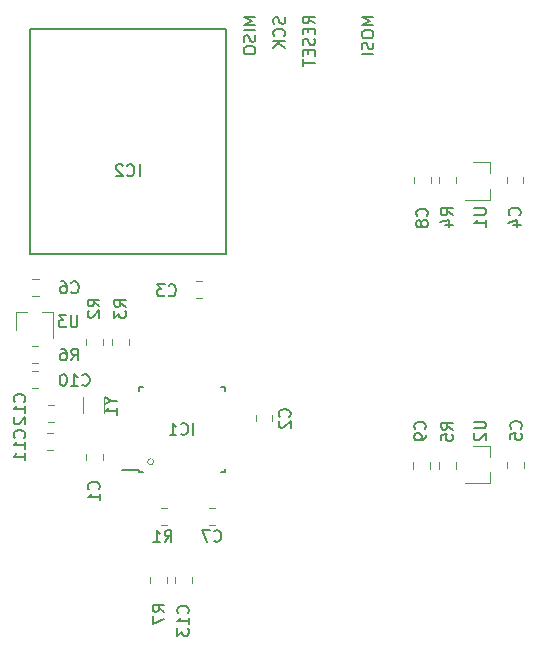
<source format=gbo>
G04 #@! TF.GenerationSoftware,KiCad,Pcbnew,(5.1.5)-3*
G04 #@! TF.CreationDate,2020-04-22T10:09:54+02:00*
G04 #@! TF.ProjectId,RHS_3,5248535f-332e-46b6-9963-61645f706362,rev?*
G04 #@! TF.SameCoordinates,Original*
G04 #@! TF.FileFunction,Legend,Bot*
G04 #@! TF.FilePolarity,Positive*
%FSLAX46Y46*%
G04 Gerber Fmt 4.6, Leading zero omitted, Abs format (unit mm)*
G04 Created by KiCad (PCBNEW (5.1.5)-3) date 2020-04-22 10:09:54*
%MOMM*%
%LPD*%
G04 APERTURE LIST*
%ADD10C,0.120000*%
%ADD11C,0.150000*%
G04 APERTURE END LIST*
D10*
X72263000Y-111760000D02*
G75*
G03X72263000Y-111760000I-254000J0D01*
G01*
D11*
X90872380Y-74138571D02*
X89872380Y-74138571D01*
X90586666Y-74471904D01*
X89872380Y-74805238D01*
X90872380Y-74805238D01*
X89872380Y-75471904D02*
X89872380Y-75662380D01*
X89920000Y-75757619D01*
X90015238Y-75852857D01*
X90205714Y-75900476D01*
X90539047Y-75900476D01*
X90729523Y-75852857D01*
X90824761Y-75757619D01*
X90872380Y-75662380D01*
X90872380Y-75471904D01*
X90824761Y-75376666D01*
X90729523Y-75281428D01*
X90539047Y-75233809D01*
X90205714Y-75233809D01*
X90015238Y-75281428D01*
X89920000Y-75376666D01*
X89872380Y-75471904D01*
X90824761Y-76281428D02*
X90872380Y-76424285D01*
X90872380Y-76662380D01*
X90824761Y-76757619D01*
X90777142Y-76805238D01*
X90681904Y-76852857D01*
X90586666Y-76852857D01*
X90491428Y-76805238D01*
X90443809Y-76757619D01*
X90396190Y-76662380D01*
X90348571Y-76471904D01*
X90300952Y-76376666D01*
X90253333Y-76329047D01*
X90158095Y-76281428D01*
X90062857Y-76281428D01*
X89967619Y-76329047D01*
X89920000Y-76376666D01*
X89872380Y-76471904D01*
X89872380Y-76710000D01*
X89920000Y-76852857D01*
X90872380Y-77281428D02*
X89872380Y-77281428D01*
X85892380Y-74657619D02*
X85416190Y-74324285D01*
X85892380Y-74086190D02*
X84892380Y-74086190D01*
X84892380Y-74467142D01*
X84940000Y-74562380D01*
X84987619Y-74610000D01*
X85082857Y-74657619D01*
X85225714Y-74657619D01*
X85320952Y-74610000D01*
X85368571Y-74562380D01*
X85416190Y-74467142D01*
X85416190Y-74086190D01*
X85368571Y-75086190D02*
X85368571Y-75419523D01*
X85892380Y-75562380D02*
X85892380Y-75086190D01*
X84892380Y-75086190D01*
X84892380Y-75562380D01*
X85844761Y-75943333D02*
X85892380Y-76086190D01*
X85892380Y-76324285D01*
X85844761Y-76419523D01*
X85797142Y-76467142D01*
X85701904Y-76514761D01*
X85606666Y-76514761D01*
X85511428Y-76467142D01*
X85463809Y-76419523D01*
X85416190Y-76324285D01*
X85368571Y-76133809D01*
X85320952Y-76038571D01*
X85273333Y-75990952D01*
X85178095Y-75943333D01*
X85082857Y-75943333D01*
X84987619Y-75990952D01*
X84940000Y-76038571D01*
X84892380Y-76133809D01*
X84892380Y-76371904D01*
X84940000Y-76514761D01*
X85368571Y-76943333D02*
X85368571Y-77276666D01*
X85892380Y-77419523D02*
X85892380Y-76943333D01*
X84892380Y-76943333D01*
X84892380Y-77419523D01*
X84892380Y-77705238D02*
X84892380Y-78276666D01*
X85892380Y-77990952D02*
X84892380Y-77990952D01*
X83344761Y-74134285D02*
X83392380Y-74277142D01*
X83392380Y-74515238D01*
X83344761Y-74610476D01*
X83297142Y-74658095D01*
X83201904Y-74705714D01*
X83106666Y-74705714D01*
X83011428Y-74658095D01*
X82963809Y-74610476D01*
X82916190Y-74515238D01*
X82868571Y-74324761D01*
X82820952Y-74229523D01*
X82773333Y-74181904D01*
X82678095Y-74134285D01*
X82582857Y-74134285D01*
X82487619Y-74181904D01*
X82440000Y-74229523D01*
X82392380Y-74324761D01*
X82392380Y-74562857D01*
X82440000Y-74705714D01*
X83297142Y-75705714D02*
X83344761Y-75658095D01*
X83392380Y-75515238D01*
X83392380Y-75420000D01*
X83344761Y-75277142D01*
X83249523Y-75181904D01*
X83154285Y-75134285D01*
X82963809Y-75086666D01*
X82820952Y-75086666D01*
X82630476Y-75134285D01*
X82535238Y-75181904D01*
X82440000Y-75277142D01*
X82392380Y-75420000D01*
X82392380Y-75515238D01*
X82440000Y-75658095D01*
X82487619Y-75705714D01*
X83392380Y-76134285D02*
X82392380Y-76134285D01*
X83392380Y-76705714D02*
X82820952Y-76277142D01*
X82392380Y-76705714D02*
X82963809Y-76134285D01*
X80882380Y-74078571D02*
X79882380Y-74078571D01*
X80596666Y-74411904D01*
X79882380Y-74745238D01*
X80882380Y-74745238D01*
X80882380Y-75221428D02*
X79882380Y-75221428D01*
X80834761Y-75650000D02*
X80882380Y-75792857D01*
X80882380Y-76030952D01*
X80834761Y-76126190D01*
X80787142Y-76173809D01*
X80691904Y-76221428D01*
X80596666Y-76221428D01*
X80501428Y-76173809D01*
X80453809Y-76126190D01*
X80406190Y-76030952D01*
X80358571Y-75840476D01*
X80310952Y-75745238D01*
X80263333Y-75697619D01*
X80168095Y-75650000D01*
X80072857Y-75650000D01*
X79977619Y-75697619D01*
X79930000Y-75745238D01*
X79882380Y-75840476D01*
X79882380Y-76078571D01*
X79930000Y-76221428D01*
X79882380Y-76840476D02*
X79882380Y-77030952D01*
X79930000Y-77126190D01*
X80025238Y-77221428D01*
X80215714Y-77269047D01*
X80549047Y-77269047D01*
X80739523Y-77221428D01*
X80834761Y-77126190D01*
X80882380Y-77030952D01*
X80882380Y-76840476D01*
X80834761Y-76745238D01*
X80739523Y-76650000D01*
X80549047Y-76602380D01*
X80215714Y-76602380D01*
X80025238Y-76650000D01*
X79930000Y-76745238D01*
X79882380Y-76840476D01*
D10*
X72848748Y-115700000D02*
X73371252Y-115700000D01*
X72848748Y-117120000D02*
X73371252Y-117120000D01*
X63781252Y-110770000D02*
X63258748Y-110770000D01*
X63781252Y-109350000D02*
X63258748Y-109350000D01*
X62501252Y-103420000D02*
X61978748Y-103420000D01*
X62501252Y-102000000D02*
X61978748Y-102000000D01*
X61958748Y-105510000D02*
X62481252Y-105510000D01*
X61958748Y-104090000D02*
X62481252Y-104090000D01*
D11*
X71015000Y-112675000D02*
X71015000Y-112450000D01*
X78265000Y-112675000D02*
X78265000Y-112350000D01*
X78265000Y-105425000D02*
X78265000Y-105750000D01*
X71015000Y-105425000D02*
X71015000Y-105750000D01*
X71015000Y-112675000D02*
X71340000Y-112675000D01*
X71015000Y-105425000D02*
X71340000Y-105425000D01*
X78265000Y-105425000D02*
X77940000Y-105425000D01*
X78265000Y-112675000D02*
X77940000Y-112675000D01*
X71015000Y-112450000D02*
X69590000Y-112450000D01*
X78390000Y-75140000D02*
X78390000Y-94140000D01*
X61790000Y-75140000D02*
X78390000Y-75140000D01*
X61790000Y-94140000D02*
X61790000Y-75140000D01*
X78390000Y-94140000D02*
X61790000Y-94140000D01*
D10*
X67940000Y-111118748D02*
X67940000Y-111641252D01*
X66520000Y-111118748D02*
X66520000Y-111641252D01*
X80890000Y-107828748D02*
X80890000Y-108351252D01*
X82310000Y-107828748D02*
X82310000Y-108351252D01*
X76391252Y-97910000D02*
X75868748Y-97910000D01*
X76391252Y-96490000D02*
X75868748Y-96490000D01*
X66540000Y-101378748D02*
X66540000Y-101901252D01*
X67960000Y-101378748D02*
X67960000Y-101901252D01*
X70150000Y-101388748D02*
X70150000Y-101911252D01*
X68730000Y-101388748D02*
X68730000Y-101911252D01*
X96440000Y-88191252D02*
X96440000Y-87668748D01*
X97860000Y-88191252D02*
X97860000Y-87668748D01*
X97830000Y-112351252D02*
X97830000Y-111828748D01*
X96410000Y-112351252D02*
X96410000Y-111828748D01*
X100760000Y-86420000D02*
X100760000Y-87350000D01*
X100760000Y-89580000D02*
X100760000Y-88650000D01*
X100760000Y-89580000D02*
X98600000Y-89580000D01*
X100760000Y-86420000D02*
X99300000Y-86420000D01*
X100760000Y-110420000D02*
X100760000Y-111350000D01*
X100760000Y-113580000D02*
X100760000Y-112650000D01*
X100760000Y-113580000D02*
X98600000Y-113580000D01*
X100760000Y-110420000D02*
X99300000Y-110420000D01*
X60570000Y-99115000D02*
X60570000Y-100575000D01*
X63730000Y-99115000D02*
X63730000Y-101275000D01*
X63730000Y-99115000D02*
X62800000Y-99115000D01*
X60570000Y-99115000D02*
X61500000Y-99115000D01*
X102150000Y-88161252D02*
X102150000Y-87638748D01*
X103570000Y-88161252D02*
X103570000Y-87638748D01*
X103600000Y-112321252D02*
X103600000Y-111798748D01*
X102180000Y-112321252D02*
X102180000Y-111798748D01*
X62521252Y-96320000D02*
X61998748Y-96320000D01*
X62521252Y-97740000D02*
X61998748Y-97740000D01*
X77431252Y-115700000D02*
X76908748Y-115700000D01*
X77431252Y-117120000D02*
X76908748Y-117120000D01*
X94330000Y-87668748D02*
X94330000Y-88191252D01*
X95750000Y-87668748D02*
X95750000Y-88191252D01*
X95650000Y-111828748D02*
X95650000Y-112351252D01*
X94230000Y-111828748D02*
X94230000Y-112351252D01*
X63831252Y-106970000D02*
X63308748Y-106970000D01*
X63831252Y-108390000D02*
X63308748Y-108390000D01*
X68055000Y-106295000D02*
X68055000Y-107645000D01*
X66305000Y-106295000D02*
X66305000Y-107645000D01*
X74093000Y-121531748D02*
X74093000Y-122054252D01*
X75513000Y-121531748D02*
X75513000Y-122054252D01*
X71934000Y-121531748D02*
X71934000Y-122054252D01*
X73354000Y-121531748D02*
X73354000Y-122054252D01*
D11*
X73191666Y-118562380D02*
X73525000Y-118086190D01*
X73763095Y-118562380D02*
X73763095Y-117562380D01*
X73382142Y-117562380D01*
X73286904Y-117610000D01*
X73239285Y-117657619D01*
X73191666Y-117752857D01*
X73191666Y-117895714D01*
X73239285Y-117990952D01*
X73286904Y-118038571D01*
X73382142Y-118086190D01*
X73763095Y-118086190D01*
X72239285Y-118562380D02*
X72810714Y-118562380D01*
X72525000Y-118562380D02*
X72525000Y-117562380D01*
X72620238Y-117705238D01*
X72715476Y-117800476D01*
X72810714Y-117848095D01*
X61317142Y-109720142D02*
X61364761Y-109672523D01*
X61412380Y-109529666D01*
X61412380Y-109434428D01*
X61364761Y-109291571D01*
X61269523Y-109196333D01*
X61174285Y-109148714D01*
X60983809Y-109101095D01*
X60840952Y-109101095D01*
X60650476Y-109148714D01*
X60555238Y-109196333D01*
X60460000Y-109291571D01*
X60412380Y-109434428D01*
X60412380Y-109529666D01*
X60460000Y-109672523D01*
X60507619Y-109720142D01*
X61412380Y-110672523D02*
X61412380Y-110101095D01*
X61412380Y-110386809D02*
X60412380Y-110386809D01*
X60555238Y-110291571D01*
X60650476Y-110196333D01*
X60698095Y-110101095D01*
X61412380Y-111624904D02*
X61412380Y-111053476D01*
X61412380Y-111339190D02*
X60412380Y-111339190D01*
X60555238Y-111243952D01*
X60650476Y-111148714D01*
X60698095Y-111053476D01*
X65276666Y-103182380D02*
X65610000Y-102706190D01*
X65848095Y-103182380D02*
X65848095Y-102182380D01*
X65467142Y-102182380D01*
X65371904Y-102230000D01*
X65324285Y-102277619D01*
X65276666Y-102372857D01*
X65276666Y-102515714D01*
X65324285Y-102610952D01*
X65371904Y-102658571D01*
X65467142Y-102706190D01*
X65848095Y-102706190D01*
X64419523Y-102182380D02*
X64610000Y-102182380D01*
X64705238Y-102230000D01*
X64752857Y-102277619D01*
X64848095Y-102420476D01*
X64895714Y-102610952D01*
X64895714Y-102991904D01*
X64848095Y-103087142D01*
X64800476Y-103134761D01*
X64705238Y-103182380D01*
X64514761Y-103182380D01*
X64419523Y-103134761D01*
X64371904Y-103087142D01*
X64324285Y-102991904D01*
X64324285Y-102753809D01*
X64371904Y-102658571D01*
X64419523Y-102610952D01*
X64514761Y-102563333D01*
X64705238Y-102563333D01*
X64800476Y-102610952D01*
X64848095Y-102658571D01*
X64895714Y-102753809D01*
X66222857Y-105237142D02*
X66270476Y-105284761D01*
X66413333Y-105332380D01*
X66508571Y-105332380D01*
X66651428Y-105284761D01*
X66746666Y-105189523D01*
X66794285Y-105094285D01*
X66841904Y-104903809D01*
X66841904Y-104760952D01*
X66794285Y-104570476D01*
X66746666Y-104475238D01*
X66651428Y-104380000D01*
X66508571Y-104332380D01*
X66413333Y-104332380D01*
X66270476Y-104380000D01*
X66222857Y-104427619D01*
X65270476Y-105332380D02*
X65841904Y-105332380D01*
X65556190Y-105332380D02*
X65556190Y-104332380D01*
X65651428Y-104475238D01*
X65746666Y-104570476D01*
X65841904Y-104618095D01*
X64651428Y-104332380D02*
X64556190Y-104332380D01*
X64460952Y-104380000D01*
X64413333Y-104427619D01*
X64365714Y-104522857D01*
X64318095Y-104713333D01*
X64318095Y-104951428D01*
X64365714Y-105141904D01*
X64413333Y-105237142D01*
X64460952Y-105284761D01*
X64556190Y-105332380D01*
X64651428Y-105332380D01*
X64746666Y-105284761D01*
X64794285Y-105237142D01*
X64841904Y-105141904D01*
X64889523Y-104951428D01*
X64889523Y-104713333D01*
X64841904Y-104522857D01*
X64794285Y-104427619D01*
X64746666Y-104380000D01*
X64651428Y-104332380D01*
X75616190Y-109502380D02*
X75616190Y-108502380D01*
X74568571Y-109407142D02*
X74616190Y-109454761D01*
X74759047Y-109502380D01*
X74854285Y-109502380D01*
X74997142Y-109454761D01*
X75092380Y-109359523D01*
X75140000Y-109264285D01*
X75187619Y-109073809D01*
X75187619Y-108930952D01*
X75140000Y-108740476D01*
X75092380Y-108645238D01*
X74997142Y-108550000D01*
X74854285Y-108502380D01*
X74759047Y-108502380D01*
X74616190Y-108550000D01*
X74568571Y-108597619D01*
X73616190Y-109502380D02*
X74187619Y-109502380D01*
X73901904Y-109502380D02*
X73901904Y-108502380D01*
X73997142Y-108645238D01*
X74092380Y-108740476D01*
X74187619Y-108788095D01*
X71066190Y-87592380D02*
X71066190Y-86592380D01*
X70018571Y-87497142D02*
X70066190Y-87544761D01*
X70209047Y-87592380D01*
X70304285Y-87592380D01*
X70447142Y-87544761D01*
X70542380Y-87449523D01*
X70590000Y-87354285D01*
X70637619Y-87163809D01*
X70637619Y-87020952D01*
X70590000Y-86830476D01*
X70542380Y-86735238D01*
X70447142Y-86640000D01*
X70304285Y-86592380D01*
X70209047Y-86592380D01*
X70066190Y-86640000D01*
X70018571Y-86687619D01*
X69637619Y-86687619D02*
X69590000Y-86640000D01*
X69494761Y-86592380D01*
X69256666Y-86592380D01*
X69161428Y-86640000D01*
X69113809Y-86687619D01*
X69066190Y-86782857D01*
X69066190Y-86878095D01*
X69113809Y-87020952D01*
X69685238Y-87592380D01*
X69066190Y-87592380D01*
X67597142Y-114093333D02*
X67644761Y-114045714D01*
X67692380Y-113902857D01*
X67692380Y-113807619D01*
X67644761Y-113664761D01*
X67549523Y-113569523D01*
X67454285Y-113521904D01*
X67263809Y-113474285D01*
X67120952Y-113474285D01*
X66930476Y-113521904D01*
X66835238Y-113569523D01*
X66740000Y-113664761D01*
X66692380Y-113807619D01*
X66692380Y-113902857D01*
X66740000Y-114045714D01*
X66787619Y-114093333D01*
X67692380Y-115045714D02*
X67692380Y-114474285D01*
X67692380Y-114760000D02*
X66692380Y-114760000D01*
X66835238Y-114664761D01*
X66930476Y-114569523D01*
X66978095Y-114474285D01*
X83757142Y-107948333D02*
X83804761Y-107900714D01*
X83852380Y-107757857D01*
X83852380Y-107662619D01*
X83804761Y-107519761D01*
X83709523Y-107424523D01*
X83614285Y-107376904D01*
X83423809Y-107329285D01*
X83280952Y-107329285D01*
X83090476Y-107376904D01*
X82995238Y-107424523D01*
X82900000Y-107519761D01*
X82852380Y-107662619D01*
X82852380Y-107757857D01*
X82900000Y-107900714D01*
X82947619Y-107948333D01*
X82947619Y-108329285D02*
X82900000Y-108376904D01*
X82852380Y-108472142D01*
X82852380Y-108710238D01*
X82900000Y-108805476D01*
X82947619Y-108853095D01*
X83042857Y-108900714D01*
X83138095Y-108900714D01*
X83280952Y-108853095D01*
X83852380Y-108281666D01*
X83852380Y-108900714D01*
X73521666Y-97657142D02*
X73569285Y-97704761D01*
X73712142Y-97752380D01*
X73807380Y-97752380D01*
X73950238Y-97704761D01*
X74045476Y-97609523D01*
X74093095Y-97514285D01*
X74140714Y-97323809D01*
X74140714Y-97180952D01*
X74093095Y-96990476D01*
X74045476Y-96895238D01*
X73950238Y-96800000D01*
X73807380Y-96752380D01*
X73712142Y-96752380D01*
X73569285Y-96800000D01*
X73521666Y-96847619D01*
X73188333Y-96752380D02*
X72569285Y-96752380D01*
X72902619Y-97133333D01*
X72759761Y-97133333D01*
X72664523Y-97180952D01*
X72616904Y-97228571D01*
X72569285Y-97323809D01*
X72569285Y-97561904D01*
X72616904Y-97657142D01*
X72664523Y-97704761D01*
X72759761Y-97752380D01*
X73045476Y-97752380D01*
X73140714Y-97704761D01*
X73188333Y-97657142D01*
X67662380Y-98613333D02*
X67186190Y-98280000D01*
X67662380Y-98041904D02*
X66662380Y-98041904D01*
X66662380Y-98422857D01*
X66710000Y-98518095D01*
X66757619Y-98565714D01*
X66852857Y-98613333D01*
X66995714Y-98613333D01*
X67090952Y-98565714D01*
X67138571Y-98518095D01*
X67186190Y-98422857D01*
X67186190Y-98041904D01*
X66757619Y-98994285D02*
X66710000Y-99041904D01*
X66662380Y-99137142D01*
X66662380Y-99375238D01*
X66710000Y-99470476D01*
X66757619Y-99518095D01*
X66852857Y-99565714D01*
X66948095Y-99565714D01*
X67090952Y-99518095D01*
X67662380Y-98946666D01*
X67662380Y-99565714D01*
X69921380Y-98639333D02*
X69445190Y-98306000D01*
X69921380Y-98067904D02*
X68921380Y-98067904D01*
X68921380Y-98448857D01*
X68969000Y-98544095D01*
X69016619Y-98591714D01*
X69111857Y-98639333D01*
X69254714Y-98639333D01*
X69349952Y-98591714D01*
X69397571Y-98544095D01*
X69445190Y-98448857D01*
X69445190Y-98067904D01*
X68921380Y-98972666D02*
X68921380Y-99591714D01*
X69302333Y-99258380D01*
X69302333Y-99401238D01*
X69349952Y-99496476D01*
X69397571Y-99544095D01*
X69492809Y-99591714D01*
X69730904Y-99591714D01*
X69826142Y-99544095D01*
X69873761Y-99496476D01*
X69921380Y-99401238D01*
X69921380Y-99115523D01*
X69873761Y-99020285D01*
X69826142Y-98972666D01*
X97582380Y-90883333D02*
X97106190Y-90550000D01*
X97582380Y-90311904D02*
X96582380Y-90311904D01*
X96582380Y-90692857D01*
X96630000Y-90788095D01*
X96677619Y-90835714D01*
X96772857Y-90883333D01*
X96915714Y-90883333D01*
X97010952Y-90835714D01*
X97058571Y-90788095D01*
X97106190Y-90692857D01*
X97106190Y-90311904D01*
X96915714Y-91740476D02*
X97582380Y-91740476D01*
X96534761Y-91502380D02*
X97249047Y-91264285D01*
X97249047Y-91883333D01*
X97592380Y-109043333D02*
X97116190Y-108710000D01*
X97592380Y-108471904D02*
X96592380Y-108471904D01*
X96592380Y-108852857D01*
X96640000Y-108948095D01*
X96687619Y-108995714D01*
X96782857Y-109043333D01*
X96925714Y-109043333D01*
X97020952Y-108995714D01*
X97068571Y-108948095D01*
X97116190Y-108852857D01*
X97116190Y-108471904D01*
X96592380Y-109948095D02*
X96592380Y-109471904D01*
X97068571Y-109424285D01*
X97020952Y-109471904D01*
X96973333Y-109567142D01*
X96973333Y-109805238D01*
X97020952Y-109900476D01*
X97068571Y-109948095D01*
X97163809Y-109995714D01*
X97401904Y-109995714D01*
X97497142Y-109948095D01*
X97544761Y-109900476D01*
X97592380Y-109805238D01*
X97592380Y-109567142D01*
X97544761Y-109471904D01*
X97497142Y-109424285D01*
X99402380Y-90288095D02*
X100211904Y-90288095D01*
X100307142Y-90335714D01*
X100354761Y-90383333D01*
X100402380Y-90478571D01*
X100402380Y-90669047D01*
X100354761Y-90764285D01*
X100307142Y-90811904D01*
X100211904Y-90859523D01*
X99402380Y-90859523D01*
X100402380Y-91859523D02*
X100402380Y-91288095D01*
X100402380Y-91573809D02*
X99402380Y-91573809D01*
X99545238Y-91478571D01*
X99640476Y-91383333D01*
X99688095Y-91288095D01*
X99372380Y-108368095D02*
X100181904Y-108368095D01*
X100277142Y-108415714D01*
X100324761Y-108463333D01*
X100372380Y-108558571D01*
X100372380Y-108749047D01*
X100324761Y-108844285D01*
X100277142Y-108891904D01*
X100181904Y-108939523D01*
X99372380Y-108939523D01*
X99467619Y-109368095D02*
X99420000Y-109415714D01*
X99372380Y-109510952D01*
X99372380Y-109749047D01*
X99420000Y-109844285D01*
X99467619Y-109891904D01*
X99562857Y-109939523D01*
X99658095Y-109939523D01*
X99800952Y-109891904D01*
X100372380Y-109320476D01*
X100372380Y-109939523D01*
X65811904Y-99362380D02*
X65811904Y-100171904D01*
X65764285Y-100267142D01*
X65716666Y-100314761D01*
X65621428Y-100362380D01*
X65430952Y-100362380D01*
X65335714Y-100314761D01*
X65288095Y-100267142D01*
X65240476Y-100171904D01*
X65240476Y-99362380D01*
X64859523Y-99362380D02*
X64240476Y-99362380D01*
X64573809Y-99743333D01*
X64430952Y-99743333D01*
X64335714Y-99790952D01*
X64288095Y-99838571D01*
X64240476Y-99933809D01*
X64240476Y-100171904D01*
X64288095Y-100267142D01*
X64335714Y-100314761D01*
X64430952Y-100362380D01*
X64716666Y-100362380D01*
X64811904Y-100314761D01*
X64859523Y-100267142D01*
X103237142Y-90893333D02*
X103284761Y-90845714D01*
X103332380Y-90702857D01*
X103332380Y-90607619D01*
X103284761Y-90464761D01*
X103189523Y-90369523D01*
X103094285Y-90321904D01*
X102903809Y-90274285D01*
X102760952Y-90274285D01*
X102570476Y-90321904D01*
X102475238Y-90369523D01*
X102380000Y-90464761D01*
X102332380Y-90607619D01*
X102332380Y-90702857D01*
X102380000Y-90845714D01*
X102427619Y-90893333D01*
X102665714Y-91750476D02*
X103332380Y-91750476D01*
X102284761Y-91512380D02*
X102999047Y-91274285D01*
X102999047Y-91893333D01*
X103357142Y-108953333D02*
X103404761Y-108905714D01*
X103452380Y-108762857D01*
X103452380Y-108667619D01*
X103404761Y-108524761D01*
X103309523Y-108429523D01*
X103214285Y-108381904D01*
X103023809Y-108334285D01*
X102880952Y-108334285D01*
X102690476Y-108381904D01*
X102595238Y-108429523D01*
X102500000Y-108524761D01*
X102452380Y-108667619D01*
X102452380Y-108762857D01*
X102500000Y-108905714D01*
X102547619Y-108953333D01*
X102452380Y-109858095D02*
X102452380Y-109381904D01*
X102928571Y-109334285D01*
X102880952Y-109381904D01*
X102833333Y-109477142D01*
X102833333Y-109715238D01*
X102880952Y-109810476D01*
X102928571Y-109858095D01*
X103023809Y-109905714D01*
X103261904Y-109905714D01*
X103357142Y-109858095D01*
X103404761Y-109810476D01*
X103452380Y-109715238D01*
X103452380Y-109477142D01*
X103404761Y-109381904D01*
X103357142Y-109334285D01*
X65296666Y-97407142D02*
X65344285Y-97454761D01*
X65487142Y-97502380D01*
X65582380Y-97502380D01*
X65725238Y-97454761D01*
X65820476Y-97359523D01*
X65868095Y-97264285D01*
X65915714Y-97073809D01*
X65915714Y-96930952D01*
X65868095Y-96740476D01*
X65820476Y-96645238D01*
X65725238Y-96550000D01*
X65582380Y-96502380D01*
X65487142Y-96502380D01*
X65344285Y-96550000D01*
X65296666Y-96597619D01*
X64439523Y-96502380D02*
X64630000Y-96502380D01*
X64725238Y-96550000D01*
X64772857Y-96597619D01*
X64868095Y-96740476D01*
X64915714Y-96930952D01*
X64915714Y-97311904D01*
X64868095Y-97407142D01*
X64820476Y-97454761D01*
X64725238Y-97502380D01*
X64534761Y-97502380D01*
X64439523Y-97454761D01*
X64391904Y-97407142D01*
X64344285Y-97311904D01*
X64344285Y-97073809D01*
X64391904Y-96978571D01*
X64439523Y-96930952D01*
X64534761Y-96883333D01*
X64725238Y-96883333D01*
X64820476Y-96930952D01*
X64868095Y-96978571D01*
X64915714Y-97073809D01*
X77382666Y-118467142D02*
X77430285Y-118514761D01*
X77573142Y-118562380D01*
X77668380Y-118562380D01*
X77811238Y-118514761D01*
X77906476Y-118419523D01*
X77954095Y-118324285D01*
X78001714Y-118133809D01*
X78001714Y-117990952D01*
X77954095Y-117800476D01*
X77906476Y-117705238D01*
X77811238Y-117610000D01*
X77668380Y-117562380D01*
X77573142Y-117562380D01*
X77430285Y-117610000D01*
X77382666Y-117657619D01*
X77049333Y-117562380D02*
X76382666Y-117562380D01*
X76811238Y-118562380D01*
X95397142Y-90943333D02*
X95444761Y-90895714D01*
X95492380Y-90752857D01*
X95492380Y-90657619D01*
X95444761Y-90514761D01*
X95349523Y-90419523D01*
X95254285Y-90371904D01*
X95063809Y-90324285D01*
X94920952Y-90324285D01*
X94730476Y-90371904D01*
X94635238Y-90419523D01*
X94540000Y-90514761D01*
X94492380Y-90657619D01*
X94492380Y-90752857D01*
X94540000Y-90895714D01*
X94587619Y-90943333D01*
X94920952Y-91514761D02*
X94873333Y-91419523D01*
X94825714Y-91371904D01*
X94730476Y-91324285D01*
X94682857Y-91324285D01*
X94587619Y-91371904D01*
X94540000Y-91419523D01*
X94492380Y-91514761D01*
X94492380Y-91705238D01*
X94540000Y-91800476D01*
X94587619Y-91848095D01*
X94682857Y-91895714D01*
X94730476Y-91895714D01*
X94825714Y-91848095D01*
X94873333Y-91800476D01*
X94920952Y-91705238D01*
X94920952Y-91514761D01*
X94968571Y-91419523D01*
X95016190Y-91371904D01*
X95111428Y-91324285D01*
X95301904Y-91324285D01*
X95397142Y-91371904D01*
X95444761Y-91419523D01*
X95492380Y-91514761D01*
X95492380Y-91705238D01*
X95444761Y-91800476D01*
X95397142Y-91848095D01*
X95301904Y-91895714D01*
X95111428Y-91895714D01*
X95016190Y-91848095D01*
X94968571Y-91800476D01*
X94920952Y-91705238D01*
X95227142Y-108983333D02*
X95274761Y-108935714D01*
X95322380Y-108792857D01*
X95322380Y-108697619D01*
X95274761Y-108554761D01*
X95179523Y-108459523D01*
X95084285Y-108411904D01*
X94893809Y-108364285D01*
X94750952Y-108364285D01*
X94560476Y-108411904D01*
X94465238Y-108459523D01*
X94370000Y-108554761D01*
X94322380Y-108697619D01*
X94322380Y-108792857D01*
X94370000Y-108935714D01*
X94417619Y-108983333D01*
X95322380Y-109459523D02*
X95322380Y-109650000D01*
X95274761Y-109745238D01*
X95227142Y-109792857D01*
X95084285Y-109888095D01*
X94893809Y-109935714D01*
X94512857Y-109935714D01*
X94417619Y-109888095D01*
X94370000Y-109840476D01*
X94322380Y-109745238D01*
X94322380Y-109554761D01*
X94370000Y-109459523D01*
X94417619Y-109411904D01*
X94512857Y-109364285D01*
X94750952Y-109364285D01*
X94846190Y-109411904D01*
X94893809Y-109459523D01*
X94941428Y-109554761D01*
X94941428Y-109745238D01*
X94893809Y-109840476D01*
X94846190Y-109888095D01*
X94750952Y-109935714D01*
X61317142Y-106672142D02*
X61364761Y-106624523D01*
X61412380Y-106481666D01*
X61412380Y-106386428D01*
X61364761Y-106243571D01*
X61269523Y-106148333D01*
X61174285Y-106100714D01*
X60983809Y-106053095D01*
X60840952Y-106053095D01*
X60650476Y-106100714D01*
X60555238Y-106148333D01*
X60460000Y-106243571D01*
X60412380Y-106386428D01*
X60412380Y-106481666D01*
X60460000Y-106624523D01*
X60507619Y-106672142D01*
X61412380Y-107624523D02*
X61412380Y-107053095D01*
X61412380Y-107338809D02*
X60412380Y-107338809D01*
X60555238Y-107243571D01*
X60650476Y-107148333D01*
X60698095Y-107053095D01*
X60507619Y-108005476D02*
X60460000Y-108053095D01*
X60412380Y-108148333D01*
X60412380Y-108386428D01*
X60460000Y-108481666D01*
X60507619Y-108529285D01*
X60602857Y-108576904D01*
X60698095Y-108576904D01*
X60840952Y-108529285D01*
X61412380Y-107957857D01*
X61412380Y-108576904D01*
X68683190Y-106584809D02*
X69159380Y-106584809D01*
X68159380Y-106251476D02*
X68683190Y-106584809D01*
X68159380Y-106918142D01*
X69159380Y-107775285D02*
X69159380Y-107203857D01*
X69159380Y-107489571D02*
X68159380Y-107489571D01*
X68302238Y-107394333D01*
X68397476Y-107299095D01*
X68445095Y-107203857D01*
X75160142Y-124579142D02*
X75207761Y-124531523D01*
X75255380Y-124388666D01*
X75255380Y-124293428D01*
X75207761Y-124150571D01*
X75112523Y-124055333D01*
X75017285Y-124007714D01*
X74826809Y-123960095D01*
X74683952Y-123960095D01*
X74493476Y-124007714D01*
X74398238Y-124055333D01*
X74303000Y-124150571D01*
X74255380Y-124293428D01*
X74255380Y-124388666D01*
X74303000Y-124531523D01*
X74350619Y-124579142D01*
X75255380Y-125531523D02*
X75255380Y-124960095D01*
X75255380Y-125245809D02*
X74255380Y-125245809D01*
X74398238Y-125150571D01*
X74493476Y-125055333D01*
X74541095Y-124960095D01*
X74255380Y-125864857D02*
X74255380Y-126483904D01*
X74636333Y-126150571D01*
X74636333Y-126293428D01*
X74683952Y-126388666D01*
X74731571Y-126436285D01*
X74826809Y-126483904D01*
X75064904Y-126483904D01*
X75160142Y-126436285D01*
X75207761Y-126388666D01*
X75255380Y-126293428D01*
X75255380Y-126007714D01*
X75207761Y-125912476D01*
X75160142Y-125864857D01*
X73166380Y-124476333D02*
X72690190Y-124143000D01*
X73166380Y-123904904D02*
X72166380Y-123904904D01*
X72166380Y-124285857D01*
X72214000Y-124381095D01*
X72261619Y-124428714D01*
X72356857Y-124476333D01*
X72499714Y-124476333D01*
X72594952Y-124428714D01*
X72642571Y-124381095D01*
X72690190Y-124285857D01*
X72690190Y-123904904D01*
X72166380Y-124809666D02*
X72166380Y-125476333D01*
X73166380Y-125047761D01*
M02*

</source>
